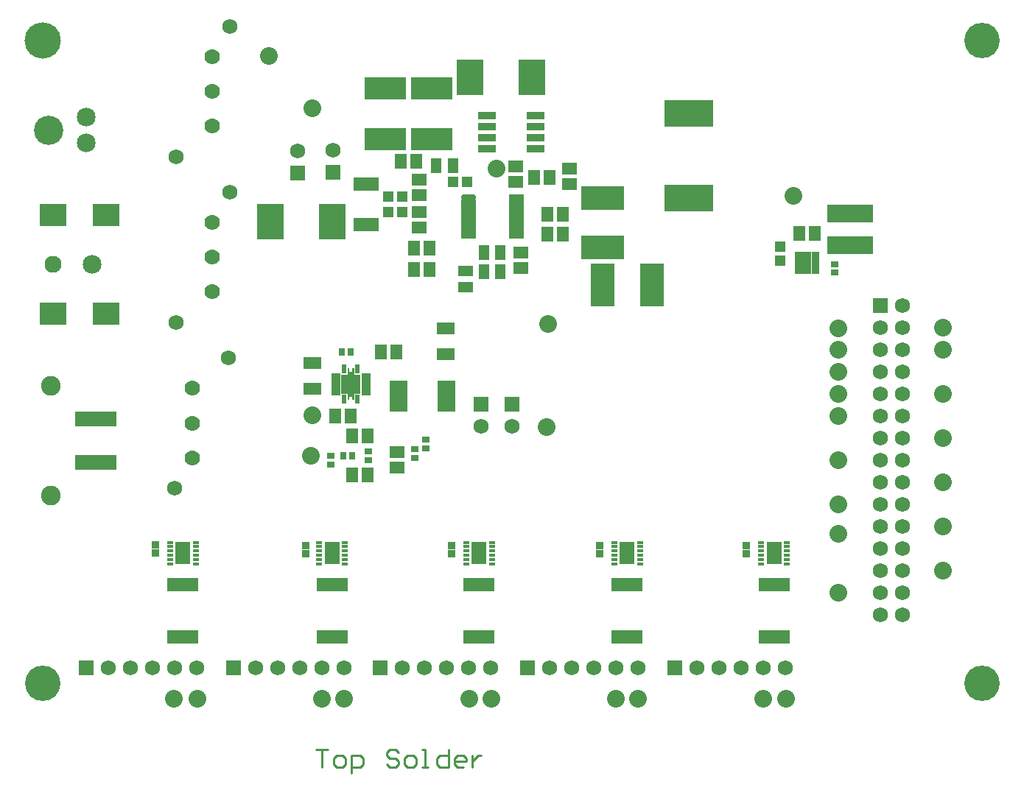
<source format=gts>
G04 Layer_Color=8388736*
%FSTAX25Y25*%
%MOIN*%
G70*
G01*
G75*
%ADD11C,0.07000*%
%ADD44C,0.01000*%
%ADD99C,0.03500*%
%ADD118C,0.08000*%
%ADD119R,0.18717X0.06512*%
%ADD120R,0.12024X0.10449*%
%ADD121R,0.08283X0.14386*%
%ADD122R,0.02961X0.01583*%
%ADD123R,0.07093X0.10243*%
%ADD124R,0.22260X0.12417*%
%ADD125R,0.09071X0.09071*%
%ADD126R,0.02200X0.04169*%
%ADD127R,0.04169X0.02200*%
%ADD128R,0.03400X0.02000*%
%ADD129R,0.04307X0.10449*%
%ADD130R,0.10646X0.19504*%
%ADD131R,0.18717X0.10449*%
%ADD132R,0.19504X0.10646*%
%ADD133R,0.20700X0.08100*%
%ADD134R,0.06906X0.02772*%
%ADD135O,0.06906X0.02772*%
%ADD136R,0.07890X0.03559*%
%ADD137R,0.08087X0.05528*%
%ADD138R,0.05528X0.06709*%
%ADD139R,0.03165X0.03559*%
%ADD140R,0.03559X0.03165*%
%ADD141R,0.06709X0.05528*%
%ADD142R,0.04937X0.04543*%
%ADD143R,0.14189X0.05921*%
%ADD144R,0.03441X0.03441*%
%ADD145R,0.05134X0.06512*%
%ADD146R,0.06512X0.05134*%
%ADD147R,0.12000X0.16000*%
%ADD148R,0.04543X0.04937*%
%ADD149R,0.11630X0.05921*%
%ADD150C,0.06906*%
%ADD151R,0.06906X0.06906*%
%ADD152C,0.06900*%
%ADD153C,0.08880*%
%ADD154C,0.08487*%
%ADD155C,0.07700*%
%ADD156C,0.13211*%
%ADD157C,0.08500*%
%ADD158C,0.16400*%
%ADD159C,0.16000*%
%ADD160R,0.06906X0.06906*%
%ADD161C,0.03700*%
G36*
X0258476Y0259035D02*
X0255524D01*
Y0262185D01*
X0256311D01*
Y026061D01*
X0257689D01*
Y0262185D01*
X0258476D01*
Y0259035D01*
D02*
G37*
G36*
Y0247815D02*
X0257689D01*
Y024939D01*
X0256311D01*
Y0247815D01*
X0255524D01*
Y0250965D01*
X0258476D01*
Y0247815D01*
D02*
G37*
D11*
X01852Y02217D02*
D03*
Y02374D02*
D03*
Y02531D02*
D03*
X01943Y02969D02*
D03*
Y03126D02*
D03*
Y03283D02*
D03*
Y03719D02*
D03*
Y03876D02*
D03*
Y04033D02*
D03*
D44*
X0243816Y008164D02*
Y0089638D01*
X0246482D01*
X024115D01*
X025048Y0086972D02*
X0249147Y0085639D01*
Y0082973D01*
X025048Y008164D01*
X0253146D01*
X0254479Y0082973D01*
Y0085639D01*
X0253146Y0086972D01*
X025048D01*
X0257145D02*
X0261143D01*
X0262476Y0085639D01*
Y0082973D01*
X0261143Y008164D01*
X0257145D01*
Y0078974D02*
Y0086972D01*
X027314D02*
X0274472Y0085639D01*
X0277138D01*
X0278471Y0084306D01*
Y0082973D01*
X0277138Y008164D01*
X0274472D01*
X027314Y0082973D01*
Y0086972D02*
Y0088305D01*
X0274472Y0089638D01*
X0277138D01*
X0278471Y0088305D01*
X028247Y0086972D02*
X0281137Y0085639D01*
Y0082973D01*
X028247Y008164D01*
X0285136D01*
X0286469Y0082973D01*
Y0085639D01*
X0285136Y0086972D01*
X028247D01*
X0289134Y0089638D02*
X0290467D01*
Y008164D01*
X02918D01*
X0289134D01*
X0297132D02*
X0295799Y0082973D01*
Y0085639D01*
X0297132Y0086972D01*
X0301131D01*
Y0089638D02*
Y008164D01*
X0297132D01*
X0305129D02*
X0303796Y0082973D01*
Y0085639D01*
X0305129Y0086972D01*
X0307795D01*
X0309128Y0085639D01*
Y0084306D01*
X0303796D01*
X0305129Y008164D02*
X0307795D01*
X0311794D02*
Y0084306D01*
X0313127Y0085639D01*
X0314459Y0086972D01*
X0315792D01*
X0311794D02*
Y008164D01*
D99*
X0181Y0175154D02*
D03*
Y01785D02*
D03*
Y0181748D02*
D03*
X02485D02*
D03*
Y01785D02*
D03*
Y0175154D02*
D03*
X0315D02*
D03*
Y01785D02*
D03*
Y0181748D02*
D03*
X0382D02*
D03*
Y01785D02*
D03*
Y0175154D02*
D03*
X04485D02*
D03*
Y01785D02*
D03*
Y0181748D02*
D03*
X04634Y0307D02*
D03*
Y031D02*
D03*
Y0313D02*
D03*
D118*
X0177Y01125D02*
D03*
X01875D02*
D03*
X0244D02*
D03*
X0254D02*
D03*
X03105D02*
D03*
X03205D02*
D03*
X0377D02*
D03*
X0387D02*
D03*
X04435D02*
D03*
X0454D02*
D03*
X04775Y01605D02*
D03*
Y01871D02*
D03*
Y02005D02*
D03*
Y02205D02*
D03*
Y02405D02*
D03*
Y02505D02*
D03*
Y02605D02*
D03*
Y02705D02*
D03*
Y02804D02*
D03*
X0525Y02305D02*
D03*
Y02105D02*
D03*
Y01905D02*
D03*
Y01705D02*
D03*
Y02505D02*
D03*
Y02705D02*
D03*
Y02805D02*
D03*
X04573Y03402D02*
D03*
X03463Y02822D02*
D03*
X03455Y02355D02*
D03*
X0323Y03525D02*
D03*
X02396Y03798D02*
D03*
X022Y04035D02*
D03*
X02395Y0241D02*
D03*
X0239Y02225D02*
D03*
D119*
X0141638Y0219657D02*
D03*
Y0239342D02*
D03*
D120*
X0146216Y0286759D02*
D03*
X01222D02*
D03*
X0146216Y0331641D02*
D03*
X01222D02*
D03*
D121*
X0278575Y02495D02*
D03*
X0300425D02*
D03*
D122*
X0175193Y0173579D02*
D03*
X0186807D02*
D03*
Y0175547D02*
D03*
Y0177516D02*
D03*
Y0179484D02*
D03*
Y0181453D02*
D03*
Y0183421D02*
D03*
X0175193D02*
D03*
Y0181453D02*
D03*
Y0179484D02*
D03*
Y0177516D02*
D03*
Y0175547D02*
D03*
X0242693Y0173579D02*
D03*
X0254307D02*
D03*
Y0175547D02*
D03*
Y0177516D02*
D03*
Y0179484D02*
D03*
Y0181453D02*
D03*
Y0183421D02*
D03*
X0242693D02*
D03*
Y0181453D02*
D03*
Y0179484D02*
D03*
Y0177516D02*
D03*
Y0175547D02*
D03*
X0309193Y0173579D02*
D03*
X0320807D02*
D03*
Y0175547D02*
D03*
Y0177516D02*
D03*
Y0179484D02*
D03*
Y0181453D02*
D03*
Y0183421D02*
D03*
X0309193D02*
D03*
Y0181453D02*
D03*
Y0179484D02*
D03*
Y0177516D02*
D03*
Y0175547D02*
D03*
X0376193Y0173579D02*
D03*
X0387807D02*
D03*
Y0175547D02*
D03*
Y0177516D02*
D03*
Y0179484D02*
D03*
Y0181453D02*
D03*
Y0183421D02*
D03*
X0376193D02*
D03*
Y0181453D02*
D03*
Y0179484D02*
D03*
Y0177516D02*
D03*
Y0175547D02*
D03*
X0442693Y0173579D02*
D03*
X0454307D02*
D03*
Y0175547D02*
D03*
Y0177516D02*
D03*
Y0179484D02*
D03*
Y0181453D02*
D03*
Y0183421D02*
D03*
X0442693D02*
D03*
Y0181453D02*
D03*
Y0179484D02*
D03*
Y0177516D02*
D03*
Y0175547D02*
D03*
D123*
X0181Y01785D02*
D03*
X02485D02*
D03*
X0315D02*
D03*
X0382D02*
D03*
X04485D02*
D03*
D124*
X041Y0339405D02*
D03*
Y0377594D02*
D03*
D125*
X0257Y0255D02*
D03*
D126*
X0254047Y0248199D02*
D03*
X0259953D02*
D03*
Y0261801D02*
D03*
X0254047D02*
D03*
D127*
X0250199Y0251062D02*
D03*
Y0253031D02*
D03*
Y0255D02*
D03*
Y0256969D02*
D03*
X0263801D02*
D03*
Y0255D02*
D03*
Y0253031D02*
D03*
Y0251062D02*
D03*
Y0258938D02*
D03*
X0250199D02*
D03*
D128*
X045945Y0306063D02*
D03*
Y0308032D02*
D03*
Y031D02*
D03*
Y0311968D02*
D03*
Y0313937D02*
D03*
X046735D02*
D03*
Y0311968D02*
D03*
Y031D02*
D03*
Y0308032D02*
D03*
Y0306063D02*
D03*
D129*
X04634Y031D02*
D03*
D130*
X0370878Y03D02*
D03*
X0393122D02*
D03*
D131*
X02935Y0365984D02*
D03*
X02725D02*
D03*
X02935Y0389016D02*
D03*
X02725D02*
D03*
D132*
X0371Y0316878D02*
D03*
Y0339122D02*
D03*
D133*
X04829Y03178D02*
D03*
Y03322D02*
D03*
D134*
X0310173Y032225D02*
D03*
Y032475D02*
D03*
Y032725D02*
D03*
Y032975D02*
D03*
Y033225D02*
D03*
Y033475D02*
D03*
Y033725D02*
D03*
X0331827Y032725D02*
D03*
Y032475D02*
D03*
Y032225D02*
D03*
Y032975D02*
D03*
Y033225D02*
D03*
Y033475D02*
D03*
Y033725D02*
D03*
Y033975D02*
D03*
D135*
X0310173Y033975D02*
D03*
D136*
X0340524Y03615D02*
D03*
Y03665D02*
D03*
Y03715D02*
D03*
Y03765D02*
D03*
X0318476D02*
D03*
Y03715D02*
D03*
Y03665D02*
D03*
Y03615D02*
D03*
D137*
X02396Y0252795D02*
D03*
Y0264605D02*
D03*
X03Y0268595D02*
D03*
Y0280405D02*
D03*
D138*
X0257457Y0214D02*
D03*
X0264543D02*
D03*
Y02315D02*
D03*
X0257457D02*
D03*
X0257043Y02405D02*
D03*
X0249957D02*
D03*
X0277543Y02695D02*
D03*
X0270457D02*
D03*
X0292543Y0307D02*
D03*
Y03165D02*
D03*
X0285457D02*
D03*
Y0307D02*
D03*
X0286543Y0356D02*
D03*
X0279457D02*
D03*
X0339957Y03485D02*
D03*
X0345957Y0332D02*
D03*
X0353043D02*
D03*
X0353043Y0323D02*
D03*
X0345957D02*
D03*
X0347043Y03485D02*
D03*
X0459857Y03232D02*
D03*
X0466943D02*
D03*
D139*
X0253532Y02225D02*
D03*
X0257469D02*
D03*
X0256768Y02695D02*
D03*
X0252832D02*
D03*
D140*
X0248Y0218531D02*
D03*
Y0222468D02*
D03*
X0265Y0220532D02*
D03*
Y0224468D02*
D03*
X0286039Y0225665D02*
D03*
Y0221728D02*
D03*
X0291Y0226031D02*
D03*
Y0229969D02*
D03*
X0476Y0305432D02*
D03*
Y0309368D02*
D03*
D141*
X0278039Y0217154D02*
D03*
Y022424D02*
D03*
X0334Y0307457D02*
D03*
Y0314543D02*
D03*
X0356Y0345457D02*
D03*
Y0352543D02*
D03*
X03315Y0353543D02*
D03*
Y0346457D02*
D03*
X0288Y0347543D02*
D03*
Y0340457D02*
D03*
X0288Y0333043D02*
D03*
Y0325957D02*
D03*
D142*
X04514Y031085D02*
D03*
Y031715D02*
D03*
D143*
X0181Y0140689D02*
D03*
Y0164311D02*
D03*
X02485Y0140689D02*
D03*
Y0164311D02*
D03*
X0315Y0140689D02*
D03*
Y0164311D02*
D03*
X0382Y0140689D02*
D03*
Y0164311D02*
D03*
X04485Y0140689D02*
D03*
Y0164311D02*
D03*
D144*
X01685Y0178728D02*
D03*
Y0182272D02*
D03*
X02365Y0181772D02*
D03*
Y0178228D02*
D03*
X03025D02*
D03*
Y0181772D02*
D03*
X03695D02*
D03*
Y0178228D02*
D03*
X0436D02*
D03*
Y0181772D02*
D03*
D145*
X031726Y0306D02*
D03*
X032474D02*
D03*
Y03145D02*
D03*
X031726D02*
D03*
X030324Y0354D02*
D03*
X029576D02*
D03*
D146*
X0309Y029876D02*
D03*
Y030624D02*
D03*
D147*
X0248549Y03285D02*
D03*
X0220451D02*
D03*
X0310951Y0394D02*
D03*
X0339049D02*
D03*
D148*
X027385Y0333D02*
D03*
X028015D02*
D03*
Y034D02*
D03*
X027385D02*
D03*
X030335Y03465D02*
D03*
X030965D02*
D03*
D149*
X0264Y0327248D02*
D03*
Y0345752D02*
D03*
D150*
X014725Y01265D02*
D03*
X015725D02*
D03*
X016725D02*
D03*
X017725D02*
D03*
X018725D02*
D03*
X0213812D02*
D03*
X0223813D02*
D03*
X0233812D02*
D03*
X0243812D02*
D03*
X0253813D02*
D03*
X0280375D02*
D03*
X0290375D02*
D03*
X0300375D02*
D03*
X0310375D02*
D03*
X0320375D02*
D03*
X0346937D02*
D03*
X0356938D02*
D03*
X0366937D02*
D03*
X0376938D02*
D03*
X0386937D02*
D03*
X04135D02*
D03*
X04235D02*
D03*
X04335D02*
D03*
X04435D02*
D03*
X04535D02*
D03*
X04965Y01505D02*
D03*
X05065D02*
D03*
Y01605D02*
D03*
X04965D02*
D03*
Y01705D02*
D03*
X05065D02*
D03*
Y01805D02*
D03*
X04965D02*
D03*
Y01905D02*
D03*
X05065D02*
D03*
Y02005D02*
D03*
X04965D02*
D03*
Y02105D02*
D03*
X05065D02*
D03*
Y02205D02*
D03*
X04965D02*
D03*
Y02305D02*
D03*
X05065D02*
D03*
Y02405D02*
D03*
X04965D02*
D03*
Y02505D02*
D03*
X05065D02*
D03*
Y02605D02*
D03*
X04965D02*
D03*
Y02705D02*
D03*
X05065D02*
D03*
Y02805D02*
D03*
X04965D02*
D03*
X05065Y02905D02*
D03*
X033Y0236D02*
D03*
X0316D02*
D03*
X0249Y0361D02*
D03*
X0233Y03605D02*
D03*
D151*
X0316Y0246D02*
D03*
X033D02*
D03*
X0249Y0351D02*
D03*
X0233Y03505D02*
D03*
X04965Y02905D02*
D03*
D152*
X01773Y0208D02*
D03*
X02017Y0267D02*
D03*
X01778Y0283D02*
D03*
X02022Y0342D02*
D03*
X01778Y0358D02*
D03*
X02022Y0417D02*
D03*
D153*
X0121362Y0204697D02*
D03*
Y0254303D02*
D03*
D154*
X01399Y03092D02*
D03*
D155*
X01222Y03092D02*
D03*
D156*
X01202Y037D02*
D03*
D157*
X0137228Y0364094D02*
D03*
Y0375905D02*
D03*
D158*
X01175Y0410501D02*
D03*
D159*
X01175Y01195D02*
D03*
X05425Y0119501D02*
D03*
Y0410501D02*
D03*
D160*
X013725Y01265D02*
D03*
X0203813D02*
D03*
X0270375D02*
D03*
X0336937D02*
D03*
X04035D02*
D03*
D161*
X0254933Y0252933D02*
D03*
Y0257067D02*
D03*
X0259067D02*
D03*
Y0252933D02*
D03*
M02*

</source>
